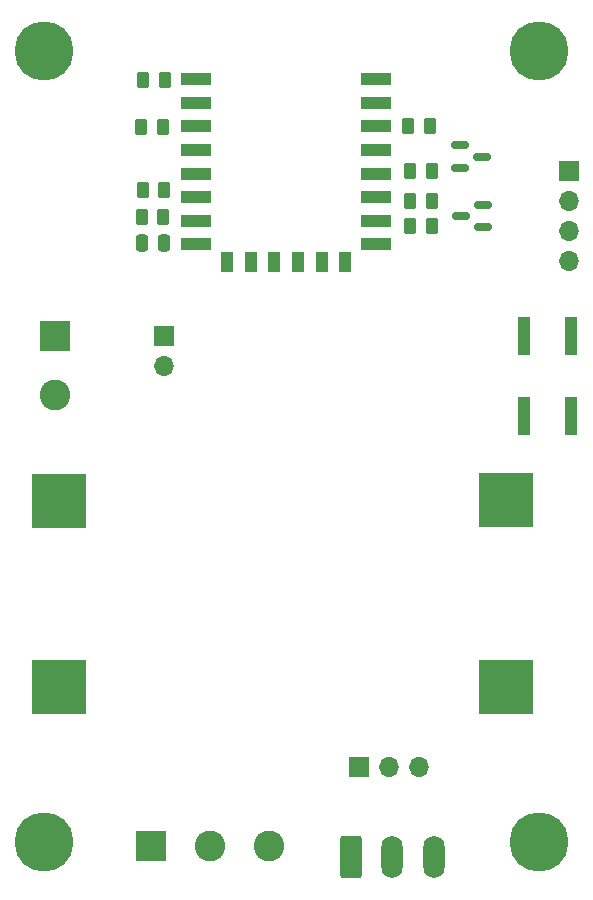
<source format=gts>
%TF.GenerationSoftware,KiCad,Pcbnew,7.0.7*%
%TF.CreationDate,2023-11-08T06:20:36-07:00*%
%TF.ProjectId,RatGDO-OpenSource-Bare-ESP8266,52617447-444f-42d4-9f70-656e536f7572,rev?*%
%TF.SameCoordinates,Original*%
%TF.FileFunction,Soldermask,Top*%
%TF.FilePolarity,Negative*%
%FSLAX46Y46*%
G04 Gerber Fmt 4.6, Leading zero omitted, Abs format (unit mm)*
G04 Created by KiCad (PCBNEW 7.0.7) date 2023-11-08 06:20:36*
%MOMM*%
%LPD*%
G01*
G04 APERTURE LIST*
G04 Aperture macros list*
%AMRoundRect*
0 Rectangle with rounded corners*
0 $1 Rounding radius*
0 $2 $3 $4 $5 $6 $7 $8 $9 X,Y pos of 4 corners*
0 Add a 4 corners polygon primitive as box body*
4,1,4,$2,$3,$4,$5,$6,$7,$8,$9,$2,$3,0*
0 Add four circle primitives for the rounded corners*
1,1,$1+$1,$2,$3*
1,1,$1+$1,$4,$5*
1,1,$1+$1,$6,$7*
1,1,$1+$1,$8,$9*
0 Add four rect primitives between the rounded corners*
20,1,$1+$1,$2,$3,$4,$5,0*
20,1,$1+$1,$4,$5,$6,$7,0*
20,1,$1+$1,$6,$7,$8,$9,0*
20,1,$1+$1,$8,$9,$2,$3,0*%
G04 Aperture macros list end*
%ADD10R,1.700000X1.700000*%
%ADD11O,1.700000X1.700000*%
%ADD12RoundRect,0.250000X0.262500X0.450000X-0.262500X0.450000X-0.262500X-0.450000X0.262500X-0.450000X0*%
%ADD13C,5.000000*%
%ADD14RoundRect,0.250000X-0.262500X-0.450000X0.262500X-0.450000X0.262500X0.450000X-0.262500X0.450000X0*%
%ADD15R,2.500000X1.000000*%
%ADD16R,1.000000X1.800000*%
%ADD17RoundRect,0.150000X-0.587500X-0.150000X0.587500X-0.150000X0.587500X0.150000X-0.587500X0.150000X0*%
%ADD18R,4.572000X4.572000*%
%ADD19R,1.000000X3.200000*%
%ADD20RoundRect,0.150000X0.587500X0.150000X-0.587500X0.150000X-0.587500X-0.150000X0.587500X-0.150000X0*%
%ADD21RoundRect,0.250000X-0.650000X-1.550000X0.650000X-1.550000X0.650000X1.550000X-0.650000X1.550000X0*%
%ADD22O,1.800000X3.600000*%
%ADD23R,2.600000X2.600000*%
%ADD24C,2.600000*%
%ADD25RoundRect,0.250000X0.250000X0.475000X-0.250000X0.475000X-0.250000X-0.475000X0.250000X-0.475000X0*%
G04 APERTURE END LIST*
D10*
%TO.C,J6*%
X130810000Y-87630000D03*
D11*
X130810000Y-90170000D03*
%TD*%
D10*
%TO.C,J4*%
X165125000Y-73670000D03*
D11*
X165125000Y-76210000D03*
X165125000Y-78750000D03*
X165125000Y-81290000D03*
%TD*%
D12*
%TO.C,R3*%
X153353688Y-69867106D03*
X151528688Y-69867106D03*
%TD*%
D13*
%TO.C,REF\u002A\u002A*%
X162560000Y-63500000D03*
%TD*%
%TO.C,REF\u002A\u002A*%
X162560000Y-130505000D03*
%TD*%
D14*
%TO.C,R5*%
X151706595Y-73664066D03*
X153531595Y-73664066D03*
%TD*%
D15*
%TO.C,U1*%
X133577159Y-65888892D03*
X133577159Y-67888892D03*
X133577159Y-69888892D03*
X133577159Y-71888892D03*
X133577159Y-73888892D03*
X133577159Y-75888892D03*
X133577159Y-77888892D03*
X133577159Y-79888892D03*
D16*
X136177159Y-81388892D03*
X138177159Y-81388892D03*
X140177159Y-81388892D03*
X142177159Y-81388892D03*
X144177159Y-81388892D03*
X146177159Y-81388892D03*
D15*
X148777159Y-79888892D03*
X148777159Y-77888892D03*
X148777159Y-75888892D03*
X148777159Y-73888892D03*
X148777159Y-71888892D03*
X148777159Y-69888892D03*
X148777159Y-67888892D03*
X148777159Y-65888892D03*
%TD*%
D12*
%TO.C,R6*%
X130740884Y-69930929D03*
X128915884Y-69930929D03*
%TD*%
D13*
%TO.C,REF\u002A\u002A*%
X120650000Y-130505000D03*
%TD*%
D12*
%TO.C,R4*%
X153501331Y-78304980D03*
X151676331Y-78304980D03*
%TD*%
D13*
%TO.C,REF\u002A\u002A*%
X120650000Y-63500000D03*
%TD*%
D17*
%TO.C,Q2*%
X155900697Y-71506955D03*
X155900697Y-73406955D03*
X157775697Y-72456955D03*
%TD*%
D18*
%TO.C,U2*%
X121920000Y-101600000D03*
X121920000Y-117348000D03*
X159802372Y-101531072D03*
X159802372Y-117369206D03*
%TD*%
D10*
%TO.C,J3*%
X147320000Y-124155000D03*
D11*
X149860000Y-124155000D03*
X152400000Y-124155000D03*
%TD*%
D19*
%TO.C,SW1*%
X165290000Y-87630000D03*
X165290000Y-94430000D03*
X161290000Y-87630000D03*
X161290000Y-94430000D03*
%TD*%
D20*
%TO.C,Q1*%
X157853002Y-78420000D03*
X157853002Y-76520000D03*
X155978002Y-77470000D03*
%TD*%
D21*
%TO.C,J2*%
X146670000Y-131775000D03*
D22*
X150170000Y-131775000D03*
X153670000Y-131775000D03*
%TD*%
D14*
%TO.C,R8*%
X151684769Y-76173013D03*
X153509769Y-76173013D03*
%TD*%
D23*
%TO.C,J1*%
X129700000Y-130810000D03*
D24*
X134700000Y-130810000D03*
X139700000Y-130810000D03*
%TD*%
D23*
%TO.C,J5*%
X121615000Y-87670000D03*
D24*
X121615000Y-92670000D03*
%TD*%
D12*
%TO.C,R2*%
X130783272Y-77596706D03*
X128958272Y-77596706D03*
%TD*%
%TO.C,R7*%
X130906778Y-65980249D03*
X129081778Y-65980249D03*
%TD*%
D14*
%TO.C,R1*%
X129042031Y-75251434D03*
X130867031Y-75251434D03*
%TD*%
D25*
%TO.C,C1*%
X130868589Y-79742136D03*
X128968589Y-79742136D03*
%TD*%
M02*

</source>
